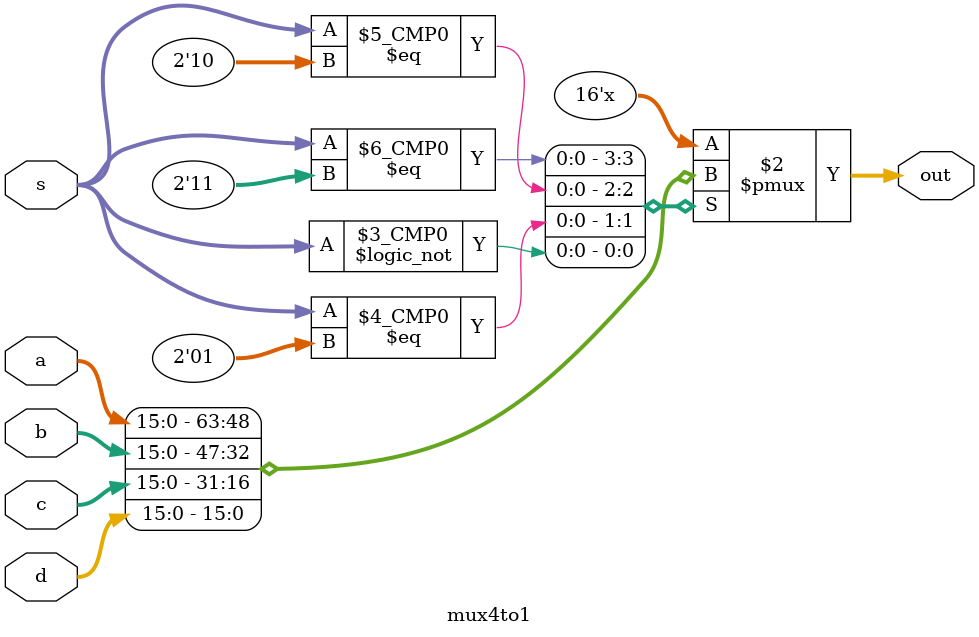
<source format=sv>
module mux4to1(input logic [15:0] a, b, c, d,
					input logic [1:0] s,
					output logic [15:0] 	out
);
always_comb
begin
out = 16'hffff;
case (s)
	2'b11 : begin
		out = a;
	end
	2'b10 : begin
		out = b;
	end
	2'b01 : begin
	   out = c;
	end
	2'b00 : begin
	   out = d;
	end
endcase
end
endmodule
</source>
